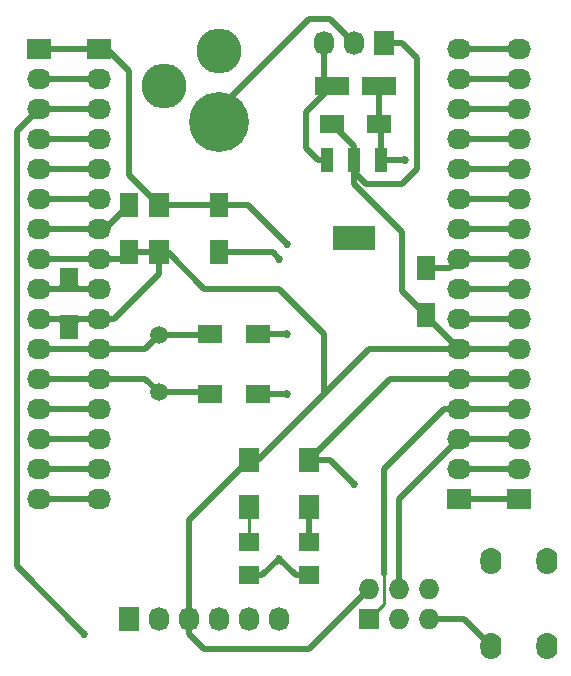
<source format=gtl>
%TF.GenerationSoftware,KiCad,Pcbnew,4.0.2-stable*%
%TF.CreationDate,2016-04-26T19:03:57-04:00*%
%TF.ProjectId,Programmer,50726F6772616D6D65722E6B69636164,rev?*%
%TF.FileFunction,Copper,L1,Top,Signal*%
%FSLAX46Y46*%
G04 Gerber Fmt 4.6, Leading zero omitted, Abs format (unit mm)*
G04 Created by KiCad (PCBNEW 4.0.2-stable) date 4/26/2016 7:03:57 PM*
%MOMM*%
G01*
G04 APERTURE LIST*
%ADD10C,0.127000*%
%ADD11R,1.600000X2.000000*%
%ADD12R,2.000000X1.600000*%
%ADD13O,5.080000X5.080000*%
%ADD14O,3.810000X3.810000*%
%ADD15R,1.800860X1.597660*%
%ADD16R,1.727200X2.032000*%
%ADD17O,1.727200X2.032000*%
%ADD18R,2.032000X1.727200*%
%ADD19O,2.032000X1.727200*%
%ADD20R,1.727200X1.727200*%
%ADD21O,1.727200X1.727200*%
%ADD22R,1.700000X2.000000*%
%ADD23R,3.657600X2.032000*%
%ADD24R,1.016000X2.032000*%
%ADD25C,1.501140*%
%ADD26R,2.999740X1.501140*%
%ADD27O,1.778000X2.286000*%
%ADD28C,0.685800*%
%ADD29C,0.500000*%
%ADD30C,0.254000*%
G04 APERTURE END LIST*
D10*
D11*
X35560000Y-38640000D03*
X35560000Y-42640000D03*
D12*
X34830000Y-49530000D03*
X38830000Y-49530000D03*
X34830000Y-54610000D03*
X38830000Y-54610000D03*
D13*
X35560000Y-31600140D03*
D14*
X35560000Y-25600660D03*
X30861000Y-28600400D03*
D15*
X38100000Y-67160140D03*
X38100000Y-69999860D03*
X43180000Y-67160140D03*
X43180000Y-69999860D03*
D16*
X27940000Y-73660000D03*
D17*
X30480000Y-73660000D03*
X33020000Y-73660000D03*
X35560000Y-73660000D03*
X38100000Y-73660000D03*
X40640000Y-73660000D03*
D18*
X25400000Y-25400000D03*
D19*
X25400000Y-27940000D03*
X25400000Y-30480000D03*
X25400000Y-33020000D03*
X25400000Y-35560000D03*
X25400000Y-38100000D03*
X25400000Y-40640000D03*
X25400000Y-43180000D03*
X25400000Y-45720000D03*
X25400000Y-48260000D03*
X25400000Y-50800000D03*
X25400000Y-53340000D03*
X25400000Y-55880000D03*
X25400000Y-58420000D03*
X25400000Y-60960000D03*
X25400000Y-63500000D03*
D20*
X48260000Y-73660000D03*
D21*
X48260000Y-71120000D03*
X50800000Y-73660000D03*
X50800000Y-71120000D03*
X53340000Y-73660000D03*
X53340000Y-71120000D03*
D18*
X55880000Y-63500000D03*
D19*
X55880000Y-60960000D03*
X55880000Y-58420000D03*
X55880000Y-55880000D03*
X55880000Y-53340000D03*
X55880000Y-50800000D03*
X55880000Y-48260000D03*
X55880000Y-45720000D03*
X55880000Y-43180000D03*
X55880000Y-40640000D03*
X55880000Y-38100000D03*
X55880000Y-35560000D03*
X55880000Y-33020000D03*
X55880000Y-30480000D03*
X55880000Y-27940000D03*
X55880000Y-25400000D03*
D22*
X30480000Y-42640000D03*
X30480000Y-38640000D03*
X38100000Y-60230000D03*
X38100000Y-64230000D03*
X43180000Y-60230000D03*
X43180000Y-64230000D03*
D23*
X46990000Y-41402000D03*
D24*
X46990000Y-34798000D03*
X44704000Y-34798000D03*
X49276000Y-34798000D03*
D25*
X30480000Y-49629060D03*
X30480000Y-54510940D03*
D18*
X20320000Y-25400000D03*
D19*
X20320000Y-27940000D03*
X20320000Y-30480000D03*
X20320000Y-33020000D03*
X20320000Y-35560000D03*
X20320000Y-38100000D03*
X20320000Y-40640000D03*
X20320000Y-43180000D03*
X20320000Y-45720000D03*
X20320000Y-48260000D03*
X20320000Y-50800000D03*
X20320000Y-53340000D03*
X20320000Y-55880000D03*
X20320000Y-58420000D03*
X20320000Y-60960000D03*
X20320000Y-63500000D03*
D18*
X60960000Y-63500000D03*
D19*
X60960000Y-60960000D03*
X60960000Y-58420000D03*
X60960000Y-55880000D03*
X60960000Y-53340000D03*
X60960000Y-50800000D03*
X60960000Y-48260000D03*
X60960000Y-45720000D03*
X60960000Y-43180000D03*
X60960000Y-40640000D03*
X60960000Y-38100000D03*
X60960000Y-35560000D03*
X60960000Y-33020000D03*
X60960000Y-30480000D03*
X60960000Y-27940000D03*
X60960000Y-25400000D03*
D26*
X49115980Y-28575000D03*
X45118020Y-28575000D03*
D12*
X45117000Y-31750000D03*
X49117000Y-31750000D03*
D11*
X22860000Y-48990000D03*
X22860000Y-44990000D03*
X27940000Y-42640000D03*
X27940000Y-38640000D03*
X53086000Y-47974000D03*
X53086000Y-43974000D03*
D16*
X49530000Y-24892000D03*
D17*
X46990000Y-24892000D03*
X44450000Y-24892000D03*
D27*
X58610500Y-68770500D03*
X58610500Y-76009500D03*
X63309500Y-68770500D03*
X63309500Y-76009500D03*
D28*
X41275000Y-41910000D03*
X40640000Y-43180000D03*
X51308000Y-34798000D03*
X40640000Y-68580000D03*
X41275000Y-54610000D03*
X41275000Y-49530000D03*
X24130000Y-74930000D03*
X46990000Y-62230000D03*
D29*
X53340000Y-73660000D02*
X56261000Y-73660000D01*
X56261000Y-73660000D02*
X58610500Y-76009500D01*
X38005000Y-38640000D02*
X35560000Y-38640000D01*
X41275000Y-41910000D02*
X38005000Y-38640000D01*
X20320000Y-25400000D02*
X25400000Y-25400000D01*
D30*
X25400000Y-25400000D02*
X26035000Y-25400000D01*
D29*
X26035000Y-25400000D02*
X27940000Y-27305000D01*
X27940000Y-36100000D02*
X30480000Y-38640000D01*
X27940000Y-27305000D02*
X27940000Y-36100000D01*
X30480000Y-38640000D02*
X35560000Y-38640000D01*
X40100000Y-42640000D02*
X35560000Y-42640000D01*
X40640000Y-43180000D02*
X40100000Y-42640000D01*
X20320000Y-50800000D02*
X25400000Y-50800000D01*
X30480000Y-49629060D02*
X34730940Y-49629060D01*
D30*
X34730940Y-49629060D02*
X34830000Y-49530000D01*
D29*
X25400000Y-50800000D02*
X29309060Y-50800000D01*
X29309060Y-50800000D02*
X30480000Y-49629060D01*
X53086000Y-43974000D02*
X55086000Y-43974000D01*
X55086000Y-43974000D02*
X55880000Y-43180000D01*
X25400000Y-45720000D02*
X23590000Y-45720000D01*
X23590000Y-45720000D02*
X22860000Y-44990000D01*
X20320000Y-45720000D02*
X22130000Y-45720000D01*
X22130000Y-45720000D02*
X22860000Y-44990000D01*
X25400000Y-40640000D02*
X25940000Y-40640000D01*
X25940000Y-40640000D02*
X27940000Y-38640000D01*
X49276000Y-34798000D02*
X51308000Y-34798000D01*
X49117000Y-31750000D02*
X49117000Y-28576020D01*
X49117000Y-28576020D02*
X49115980Y-28575000D01*
X49276000Y-34798000D02*
X49276000Y-31909000D01*
X49276000Y-31909000D02*
X49117000Y-31750000D01*
X43180000Y-69999860D02*
X42059860Y-69999860D01*
X39220140Y-69999860D02*
X40640000Y-68580000D01*
X39220140Y-69999860D02*
X38100000Y-69999860D01*
X42059860Y-69999860D02*
X40640000Y-68580000D01*
X20320000Y-40640000D02*
X25400000Y-40640000D01*
X55880000Y-43180000D02*
X60960000Y-43180000D01*
X38830000Y-54610000D02*
X41275000Y-54610000D01*
X38830000Y-49530000D02*
X41275000Y-49530000D01*
X20320000Y-53340000D02*
X25400000Y-53340000D01*
X30480000Y-54510940D02*
X34730940Y-54510940D01*
D30*
X34730940Y-54510940D02*
X34830000Y-54610000D01*
D29*
X25400000Y-53340000D02*
X29309060Y-53340000D01*
X29309060Y-53340000D02*
X30480000Y-54510940D01*
X35560000Y-31600140D02*
X35560000Y-30480000D01*
X35560000Y-30480000D02*
X43180000Y-22860000D01*
X44958000Y-22860000D02*
X46990000Y-24892000D01*
X43180000Y-22860000D02*
X44958000Y-22860000D01*
D30*
X38100000Y-64230000D02*
X38100000Y-67160140D01*
D29*
X43180000Y-67160140D02*
X43180000Y-64230000D01*
X30480000Y-42640000D02*
X31210000Y-42640000D01*
X31210000Y-42640000D02*
X34290000Y-45720000D01*
X44450000Y-49530000D02*
X44450000Y-54610000D01*
X40640000Y-45720000D02*
X44450000Y-49530000D01*
X34290000Y-45720000D02*
X40640000Y-45720000D01*
X46990000Y-34798000D02*
X46990000Y-36830000D01*
X51054000Y-45942000D02*
X53086000Y-47974000D01*
X51054000Y-40894000D02*
X51054000Y-45942000D01*
X46990000Y-36830000D02*
X51054000Y-40894000D01*
X53086000Y-47974000D02*
X53086000Y-48006000D01*
X53086000Y-48006000D02*
X55880000Y-50800000D01*
X25400000Y-48260000D02*
X23590000Y-48260000D01*
X23590000Y-48260000D02*
X22860000Y-48990000D01*
X20320000Y-48260000D02*
X22130000Y-48260000D01*
X22130000Y-48260000D02*
X22860000Y-48990000D01*
X25400000Y-43180000D02*
X27400000Y-43180000D01*
X27400000Y-43180000D02*
X27940000Y-42640000D01*
X27940000Y-42640000D02*
X30480000Y-42640000D01*
X49530000Y-24892000D02*
X51054000Y-24892000D01*
X48006000Y-36830000D02*
X46990000Y-35814000D01*
X51054000Y-36830000D02*
X48006000Y-36830000D01*
X52324000Y-35560000D02*
X51054000Y-36830000D01*
X52324000Y-26162000D02*
X52324000Y-35560000D01*
X51054000Y-24892000D02*
X52324000Y-26162000D01*
X46990000Y-35814000D02*
X46990000Y-34798000D01*
X46990000Y-34798000D02*
X46990000Y-33623000D01*
X46990000Y-33623000D02*
X45117000Y-31750000D01*
X25400000Y-48260000D02*
X26670000Y-48260000D01*
X30480000Y-44450000D02*
X30480000Y-42640000D01*
X26670000Y-48260000D02*
X30480000Y-44450000D01*
X20320000Y-43180000D02*
X25400000Y-43180000D01*
X55880000Y-50800000D02*
X60960000Y-50800000D01*
X55880000Y-50800000D02*
X48260000Y-50800000D01*
X48260000Y-50800000D02*
X44450000Y-54610000D01*
X44450000Y-54610000D02*
X38830000Y-60230000D01*
X38830000Y-60230000D02*
X38100000Y-60230000D01*
X48260000Y-71120000D02*
X43180000Y-76200000D01*
X33020000Y-74930000D02*
X33020000Y-73660000D01*
X34290000Y-76200000D02*
X33020000Y-74930000D01*
X43180000Y-76200000D02*
X34290000Y-76200000D01*
D30*
X30480000Y-42640000D02*
X31020000Y-42640000D01*
X29940000Y-43180000D02*
X30480000Y-42640000D01*
X33020000Y-73660000D02*
X33020000Y-73025000D01*
X33020000Y-73025000D02*
X33020000Y-73025000D01*
D29*
X33020000Y-65310000D02*
X38100000Y-60230000D01*
X33020000Y-73025000D02*
X33020000Y-65310000D01*
X20320000Y-27940000D02*
X25400000Y-27940000D01*
X18415000Y-32385000D02*
X20320000Y-30480000D01*
X18415000Y-69215000D02*
X18415000Y-32385000D01*
X24130000Y-74930000D02*
X18415000Y-69215000D01*
X20320000Y-30480000D02*
X25400000Y-30480000D01*
X20320000Y-33020000D02*
X25400000Y-33020000D01*
X20320000Y-35560000D02*
X25400000Y-35560000D01*
X20320000Y-38100000D02*
X25400000Y-38100000D01*
X20320000Y-55880000D02*
X25400000Y-55880000D01*
X20320000Y-58420000D02*
X25400000Y-58420000D01*
X20320000Y-60960000D02*
X25400000Y-60960000D01*
X20320000Y-63500000D02*
X25400000Y-63500000D01*
X55880000Y-55880000D02*
X60960000Y-55880000D01*
D30*
X48260000Y-73660000D02*
X49530000Y-72390000D01*
D29*
X54610000Y-55880000D02*
X55880000Y-55880000D01*
X49530000Y-60960000D02*
X54610000Y-55880000D01*
X49530000Y-69850000D02*
X49530000Y-60960000D01*
D30*
X49530000Y-72390000D02*
X49530000Y-69850000D01*
X48895000Y-73660000D02*
X48260000Y-73660000D01*
D29*
X60960000Y-53340000D02*
X55880000Y-53340000D01*
X55880000Y-53340000D02*
X50070000Y-53340000D01*
X50070000Y-53340000D02*
X43180000Y-60230000D01*
X44990000Y-60230000D02*
X43180000Y-60230000D01*
X46990000Y-62230000D02*
X44990000Y-60230000D01*
X60960000Y-58420000D02*
X55880000Y-58420000D01*
X50800000Y-71120000D02*
X50800000Y-63500000D01*
X50800000Y-63500000D02*
X55880000Y-58420000D01*
X55880000Y-63500000D02*
X60960000Y-63500000D01*
X60960000Y-63500000D02*
X57150000Y-63500000D01*
X55880000Y-60960000D02*
X60960000Y-60960000D01*
X60960000Y-48260000D02*
X55880000Y-48260000D01*
X60960000Y-45720000D02*
X55880000Y-45720000D01*
X60960000Y-40640000D02*
X55880000Y-40640000D01*
X55880000Y-38100000D02*
X60960000Y-38100000D01*
X55880000Y-35560000D02*
X60960000Y-35560000D01*
X55880000Y-33020000D02*
X60960000Y-33020000D01*
X60960000Y-30480000D02*
X55880000Y-30480000D01*
X55880000Y-27940000D02*
X60960000Y-27940000D01*
X55880000Y-25400000D02*
X60960000Y-25400000D01*
X44704000Y-34798000D02*
X43942000Y-34798000D01*
X42926000Y-30767020D02*
X45118020Y-28575000D01*
X42926000Y-33782000D02*
X42926000Y-30767020D01*
X43942000Y-34798000D02*
X42926000Y-33782000D01*
X44450000Y-24892000D02*
X44450000Y-27906980D01*
X44450000Y-27906980D02*
X45118020Y-28575000D01*
M02*

</source>
